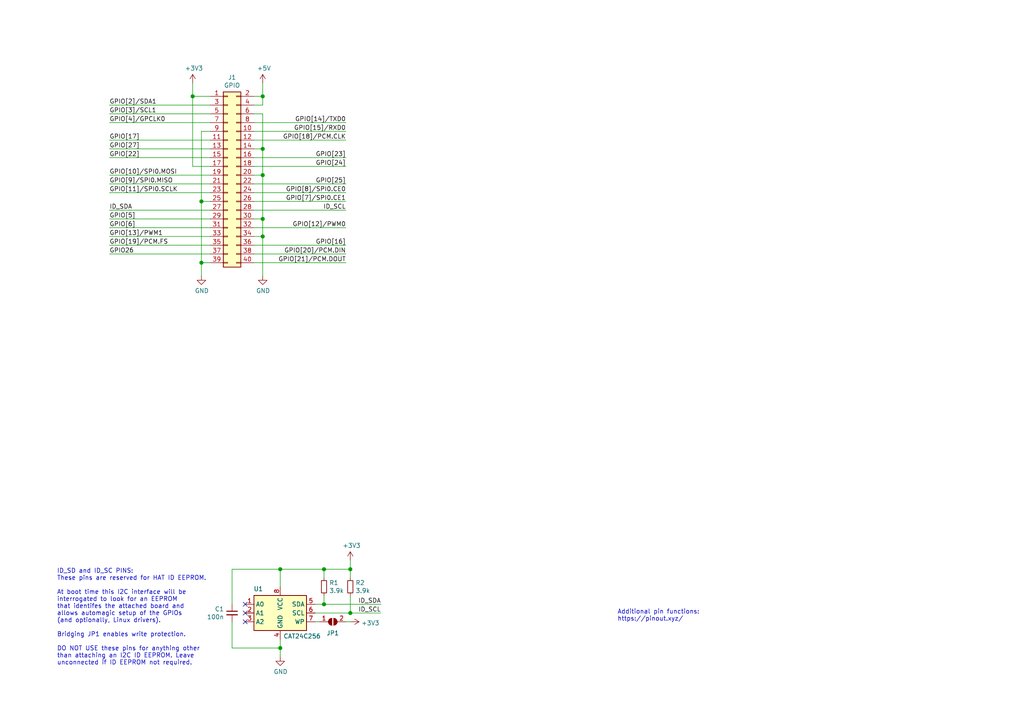
<source format=kicad_sch>
(kicad_sch (version 20211123) (generator eeschema)

  (uuid e63e39d7-6ac0-4ffd-8aa3-1841a4541b55)

  (paper "A4")

  (title_block
    (date "15 nov 2012")
  )

  (lib_symbols
    (symbol "Connector_Generic:Conn_02x20_Odd_Even" (pin_names (offset 1.016) hide) (in_bom yes) (on_board yes)
      (property "Reference" "J" (id 0) (at 1.27 25.4 0)
        (effects (font (size 1.27 1.27)))
      )
      (property "Value" "Conn_02x20_Odd_Even" (id 1) (at 1.27 -27.94 0)
        (effects (font (size 1.27 1.27)))
      )
      (property "Footprint" "" (id 2) (at 0 0 0)
        (effects (font (size 1.27 1.27)) hide)
      )
      (property "Datasheet" "~" (id 3) (at 0 0 0)
        (effects (font (size 1.27 1.27)) hide)
      )
      (property "ki_keywords" "connector" (id 4) (at 0 0 0)
        (effects (font (size 1.27 1.27)) hide)
      )
      (property "ki_description" "Generic connector, double row, 02x20, odd/even pin numbering scheme (row 1 odd numbers, row 2 even numbers), script generated (kicad-library-utils/schlib/autogen/connector/)" (id 5) (at 0 0 0)
        (effects (font (size 1.27 1.27)) hide)
      )
      (property "ki_fp_filters" "Connector*:*_2x??_*" (id 6) (at 0 0 0)
        (effects (font (size 1.27 1.27)) hide)
      )
      (symbol "Conn_02x20_Odd_Even_1_1"
        (rectangle (start -1.27 -25.273) (end 0 -25.527)
          (stroke (width 0.1524) (type default) (color 0 0 0 0))
          (fill (type none))
        )
        (rectangle (start -1.27 -22.733) (end 0 -22.987)
          (stroke (width 0.1524) (type default) (color 0 0 0 0))
          (fill (type none))
        )
        (rectangle (start -1.27 -20.193) (end 0 -20.447)
          (stroke (width 0.1524) (type default) (color 0 0 0 0))
          (fill (type none))
        )
        (rectangle (start -1.27 -17.653) (end 0 -17.907)
          (stroke (width 0.1524) (type default) (color 0 0 0 0))
          (fill (type none))
        )
        (rectangle (start -1.27 -15.113) (end 0 -15.367)
          (stroke (width 0.1524) (type default) (color 0 0 0 0))
          (fill (type none))
        )
        (rectangle (start -1.27 -12.573) (end 0 -12.827)
          (stroke (width 0.1524) (type default) (color 0 0 0 0))
          (fill (type none))
        )
        (rectangle (start -1.27 -10.033) (end 0 -10.287)
          (stroke (width 0.1524) (type default) (color 0 0 0 0))
          (fill (type none))
        )
        (rectangle (start -1.27 -7.493) (end 0 -7.747)
          (stroke (width 0.1524) (type default) (color 0 0 0 0))
          (fill (type none))
        )
        (rectangle (start -1.27 -4.953) (end 0 -5.207)
          (stroke (width 0.1524) (type default) (color 0 0 0 0))
          (fill (type none))
        )
        (rectangle (start -1.27 -2.413) (end 0 -2.667)
          (stroke (width 0.1524) (type default) (color 0 0 0 0))
          (fill (type none))
        )
        (rectangle (start -1.27 0.127) (end 0 -0.127)
          (stroke (width 0.1524) (type default) (color 0 0 0 0))
          (fill (type none))
        )
        (rectangle (start -1.27 2.667) (end 0 2.413)
          (stroke (width 0.1524) (type default) (color 0 0 0 0))
          (fill (type none))
        )
        (rectangle (start -1.27 5.207) (end 0 4.953)
          (stroke (width 0.1524) (type default) (color 0 0 0 0))
          (fill (type none))
        )
        (rectangle (start -1.27 7.747) (end 0 7.493)
          (stroke (width 0.1524) (type default) (color 0 0 0 0))
          (fill (type none))
        )
        (rectangle (start -1.27 10.287) (end 0 10.033)
          (stroke (width 0.1524) (type default) (color 0 0 0 0))
          (fill (type none))
        )
        (rectangle (start -1.27 12.827) (end 0 12.573)
          (stroke (width 0.1524) (type default) (color 0 0 0 0))
          (fill (type none))
        )
        (rectangle (start -1.27 15.367) (end 0 15.113)
          (stroke (width 0.1524) (type default) (color 0 0 0 0))
          (fill (type none))
        )
        (rectangle (start -1.27 17.907) (end 0 17.653)
          (stroke (width 0.1524) (type default) (color 0 0 0 0))
          (fill (type none))
        )
        (rectangle (start -1.27 20.447) (end 0 20.193)
          (stroke (width 0.1524) (type default) (color 0 0 0 0))
          (fill (type none))
        )
        (rectangle (start -1.27 22.987) (end 0 22.733)
          (stroke (width 0.1524) (type default) (color 0 0 0 0))
          (fill (type none))
        )
        (rectangle (start -1.27 24.13) (end 3.81 -26.67)
          (stroke (width 0.254) (type default) (color 0 0 0 0))
          (fill (type background))
        )
        (rectangle (start 3.81 -25.273) (end 2.54 -25.527)
          (stroke (width 0.1524) (type default) (color 0 0 0 0))
          (fill (type none))
        )
        (rectangle (start 3.81 -22.733) (end 2.54 -22.987)
          (stroke (width 0.1524) (type default) (color 0 0 0 0))
          (fill (type none))
        )
        (rectangle (start 3.81 -20.193) (end 2.54 -20.447)
          (stroke (width 0.1524) (type default) (color 0 0 0 0))
          (fill (type none))
        )
        (rectangle (start 3.81 -17.653) (end 2.54 -17.907)
          (stroke (width 0.1524) (type default) (color 0 0 0 0))
          (fill (type none))
        )
        (rectangle (start 3.81 -15.113) (end 2.54 -15.367)
          (stroke (width 0.1524) (type default) (color 0 0 0 0))
          (fill (type none))
        )
        (rectangle (start 3.81 -12.573) (end 2.54 -12.827)
          (stroke (width 0.1524) (type default) (color 0 0 0 0))
          (fill (type none))
        )
        (rectangle (start 3.81 -10.033) (end 2.54 -10.287)
          (stroke (width 0.1524) (type default) (color 0 0 0 0))
          (fill (type none))
        )
        (rectangle (start 3.81 -7.493) (end 2.54 -7.747)
          (stroke (width 0.1524) (type default) (color 0 0 0 0))
          (fill (type none))
        )
        (rectangle (start 3.81 -4.953) (end 2.54 -5.207)
          (stroke (width 0.1524) (type default) (color 0 0 0 0))
          (fill (type none))
        )
        (rectangle (start 3.81 -2.413) (end 2.54 -2.667)
          (stroke (width 0.1524) (type default) (color 0 0 0 0))
          (fill (type none))
        )
        (rectangle (start 3.81 0.127) (end 2.54 -0.127)
          (stroke (width 0.1524) (type default) (color 0 0 0 0))
          (fill (type none))
        )
        (rectangle (start 3.81 2.667) (end 2.54 2.413)
          (stroke (width 0.1524) (type default) (color 0 0 0 0))
          (fill (type none))
        )
        (rectangle (start 3.81 5.207) (end 2.54 4.953)
          (stroke (width 0.1524) (type default) (color 0 0 0 0))
          (fill (type none))
        )
        (rectangle (start 3.81 7.747) (end 2.54 7.493)
          (stroke (width 0.1524) (type default) (color 0 0 0 0))
          (fill (type none))
        )
        (rectangle (start 3.81 10.287) (end 2.54 10.033)
          (stroke (width 0.1524) (type default) (color 0 0 0 0))
          (fill (type none))
        )
        (rectangle (start 3.81 12.827) (end 2.54 12.573)
          (stroke (width 0.1524) (type default) (color 0 0 0 0))
          (fill (type none))
        )
        (rectangle (start 3.81 15.367) (end 2.54 15.113)
          (stroke (width 0.1524) (type default) (color 0 0 0 0))
          (fill (type none))
        )
        (rectangle (start 3.81 17.907) (end 2.54 17.653)
          (stroke (width 0.1524) (type default) (color 0 0 0 0))
          (fill (type none))
        )
        (rectangle (start 3.81 20.447) (end 2.54 20.193)
          (stroke (width 0.1524) (type default) (color 0 0 0 0))
          (fill (type none))
        )
        (rectangle (start 3.81 22.987) (end 2.54 22.733)
          (stroke (width 0.1524) (type default) (color 0 0 0 0))
          (fill (type none))
        )
        (pin passive line (at -5.08 22.86 0) (length 3.81)
          (name "Pin_1" (effects (font (size 1.27 1.27))))
          (number "1" (effects (font (size 1.27 1.27))))
        )
        (pin passive line (at 7.62 12.7 180) (length 3.81)
          (name "Pin_10" (effects (font (size 1.27 1.27))))
          (number "10" (effects (font (size 1.27 1.27))))
        )
        (pin passive line (at -5.08 10.16 0) (length 3.81)
          (name "Pin_11" (effects (font (size 1.27 1.27))))
          (number "11" (effects (font (size 1.27 1.27))))
        )
        (pin passive line (at 7.62 10.16 180) (length 3.81)
          (name "Pin_12" (effects (font (size 1.27 1.27))))
          (number "12" (effects (font (size 1.27 1.27))))
        )
        (pin passive line (at -5.08 7.62 0) (length 3.81)
          (name "Pin_13" (effects (font (size 1.27 1.27))))
          (number "13" (effects (font (size 1.27 1.27))))
        )
        (pin passive line (at 7.62 7.62 180) (length 3.81)
          (name "Pin_14" (effects (font (size 1.27 1.27))))
          (number "14" (effects (font (size 1.27 1.27))))
        )
        (pin passive line (at -5.08 5.08 0) (length 3.81)
          (name "Pin_15" (effects (font (size 1.27 1.27))))
          (number "15" (effects (font (size 1.27 1.27))))
        )
        (pin passive line (at 7.62 5.08 180) (length 3.81)
          (name "Pin_16" (effects (font (size 1.27 1.27))))
          (number "16" (effects (font (size 1.27 1.27))))
        )
        (pin passive line (at -5.08 2.54 0) (length 3.81)
          (name "Pin_17" (effects (font (size 1.27 1.27))))
          (number "17" (effects (font (size 1.27 1.27))))
        )
        (pin passive line (at 7.62 2.54 180) (length 3.81)
          (name "Pin_18" (effects (font (size 1.27 1.27))))
          (number "18" (effects (font (size 1.27 1.27))))
        )
        (pin passive line (at -5.08 0 0) (length 3.81)
          (name "Pin_19" (effects (font (size 1.27 1.27))))
          (number "19" (effects (font (size 1.27 1.27))))
        )
        (pin passive line (at 7.62 22.86 180) (length 3.81)
          (name "Pin_2" (effects (font (size 1.27 1.27))))
          (number "2" (effects (font (size 1.27 1.27))))
        )
        (pin passive line (at 7.62 0 180) (length 3.81)
          (name "Pin_20" (effects (font (size 1.27 1.27))))
          (number "20" (effects (font (size 1.27 1.27))))
        )
        (pin passive line (at -5.08 -2.54 0) (length 3.81)
          (name "Pin_21" (effects (font (size 1.27 1.27))))
          (number "21" (effects (font (size 1.27 1.27))))
        )
        (pin passive line (at 7.62 -2.54 180) (length 3.81)
          (name "Pin_22" (effects (font (size 1.27 1.27))))
          (number "22" (effects (font (size 1.27 1.27))))
        )
        (pin passive line (at -5.08 -5.08 0) (length 3.81)
          (name "Pin_23" (effects (font (size 1.27 1.27))))
          (number "23" (effects (font (size 1.27 1.27))))
        )
        (pin passive line (at 7.62 -5.08 180) (length 3.81)
          (name "Pin_24" (effects (font (size 1.27 1.27))))
          (number "24" (effects (font (size 1.27 1.27))))
        )
        (pin passive line (at -5.08 -7.62 0) (length 3.81)
          (name "Pin_25" (effects (font (size 1.27 1.27))))
          (number "25" (effects (font (size 1.27 1.27))))
        )
        (pin passive line (at 7.62 -7.62 180) (length 3.81)
          (name "Pin_26" (effects (font (size 1.27 1.27))))
          (number "26" (effects (font (size 1.27 1.27))))
        )
        (pin passive line (at -5.08 -10.16 0) (length 3.81)
          (name "Pin_27" (effects (font (size 1.27 1.27))))
          (number "27" (effects (font (size 1.27 1.27))))
        )
        (pin passive line (at 7.62 -10.16 180) (length 3.81)
          (name "Pin_28" (effects (font (size 1.27 1.27))))
          (number "28" (effects (font (size 1.27 1.27))))
        )
        (pin passive line (at -5.08 -12.7 0) (length 3.81)
          (name "Pin_29" (effects (font (size 1.27 1.27))))
          (number "29" (effects (font (size 1.27 1.27))))
        )
        (pin passive line (at -5.08 20.32 0) (length 3.81)
          (name "Pin_3" (effects (font (size 1.27 1.27))))
          (number "3" (effects (font (size 1.27 1.27))))
        )
        (pin passive line (at 7.62 -12.7 180) (length 3.81)
          (name "Pin_30" (effects (font (size 1.27 1.27))))
          (number "30" (effects (font (size 1.27 1.27))))
        )
        (pin passive line (at -5.08 -15.24 0) (length 3.81)
          (name "Pin_31" (effects (font (size 1.27 1.27))))
          (number "31" (effects (font (size 1.27 1.27))))
        )
        (pin passive line (at 7.62 -15.24 180) (length 3.81)
          (name "Pin_32" (effects (font (size 1.27 1.27))))
          (number "32" (effects (font (size 1.27 1.27))))
        )
        (pin passive line (at -5.08 -17.78 0) (length 3.81)
          (name "Pin_33" (effects (font (size 1.27 1.27))))
          (number "33" (effects (font (size 1.27 1.27))))
        )
        (pin passive line (at 7.62 -17.78 180) (length 3.81)
          (name "Pin_34" (effects (font (size 1.27 1.27))))
          (number "34" (effects (font (size 1.27 1.27))))
        )
        (pin passive line (at -5.08 -20.32 0) (length 3.81)
          (name "Pin_35" (effects (font (size 1.27 1.27))))
          (number "35" (effects (font (size 1.27 1.27))))
        )
        (pin passive line (at 7.62 -20.32 180) (length 3.81)
          (name "Pin_36" (effects (font (size 1.27 1.27))))
          (number "36" (effects (font (size 1.27 1.27))))
        )
        (pin passive line (at -5.08 -22.86 0) (length 3.81)
          (name "Pin_37" (effects (font (size 1.27 1.27))))
          (number "37" (effects (font (size 1.27 1.27))))
        )
        (pin passive line (at 7.62 -22.86 180) (length 3.81)
          (name "Pin_38" (effects (font (size 1.27 1.27))))
          (number "38" (effects (font (size 1.27 1.27))))
        )
        (pin passive line (at -5.08 -25.4 0) (length 3.81)
          (name "Pin_39" (effects (font (size 1.27 1.27))))
          (number "39" (effects (font (size 1.27 1.27))))
        )
        (pin passive line (at 7.62 20.32 180) (length 3.81)
          (name "Pin_4" (effects (font (size 1.27 1.27))))
          (number "4" (effects (font (size 1.27 1.27))))
        )
        (pin passive line (at 7.62 -25.4 180) (length 3.81)
          (name "Pin_40" (effects (font (size 1.27 1.27))))
          (number "40" (effects (font (size 1.27 1.27))))
        )
        (pin passive line (at -5.08 17.78 0) (length 3.81)
          (name "Pin_5" (effects (font (size 1.27 1.27))))
          (number "5" (effects (font (size 1.27 1.27))))
        )
        (pin passive line (at 7.62 17.78 180) (length 3.81)
          (name "Pin_6" (effects (font (size 1.27 1.27))))
          (number "6" (effects (font (size 1.27 1.27))))
        )
        (pin passive line (at -5.08 15.24 0) (length 3.81)
          (name "Pin_7" (effects (font (size 1.27 1.27))))
          (number "7" (effects (font (size 1.27 1.27))))
        )
        (pin passive line (at 7.62 15.24 180) (length 3.81)
          (name "Pin_8" (effects (font (size 1.27 1.27))))
          (number "8" (effects (font (size 1.27 1.27))))
        )
        (pin passive line (at -5.08 12.7 0) (length 3.81)
          (name "Pin_9" (effects (font (size 1.27 1.27))))
          (number "9" (effects (font (size 1.27 1.27))))
        )
      )
    )
    (symbol "Device:C_Small" (pin_numbers hide) (pin_names (offset 0.254) hide) (in_bom yes) (on_board yes)
      (property "Reference" "C" (id 0) (at 0.254 1.778 0)
        (effects (font (size 1.27 1.27)) (justify left))
      )
      (property "Value" "C_Small" (id 1) (at 0.254 -2.032 0)
        (effects (font (size 1.27 1.27)) (justify left))
      )
      (property "Footprint" "" (id 2) (at 0 0 0)
        (effects (font (size 1.27 1.27)) hide)
      )
      (property "Datasheet" "~" (id 3) (at 0 0 0)
        (effects (font (size 1.27 1.27)) hide)
      )
      (property "ki_keywords" "capacitor cap" (id 4) (at 0 0 0)
        (effects (font (size 1.27 1.27)) hide)
      )
      (property "ki_description" "Unpolarized capacitor, small symbol" (id 5) (at 0 0 0)
        (effects (font (size 1.27 1.27)) hide)
      )
      (property "ki_fp_filters" "C_*" (id 6) (at 0 0 0)
        (effects (font (size 1.27 1.27)) hide)
      )
      (symbol "C_Small_0_1"
        (polyline
          (pts
            (xy -1.524 -0.508)
            (xy 1.524 -0.508)
          )
          (stroke (width 0.3302) (type default) (color 0 0 0 0))
          (fill (type none))
        )
        (polyline
          (pts
            (xy -1.524 0.508)
            (xy 1.524 0.508)
          )
          (stroke (width 0.3048) (type default) (color 0 0 0 0))
          (fill (type none))
        )
      )
      (symbol "C_Small_1_1"
        (pin passive line (at 0 2.54 270) (length 2.032)
          (name "~" (effects (font (size 1.27 1.27))))
          (number "1" (effects (font (size 1.27 1.27))))
        )
        (pin passive line (at 0 -2.54 90) (length 2.032)
          (name "~" (effects (font (size 1.27 1.27))))
          (number "2" (effects (font (size 1.27 1.27))))
        )
      )
    )
    (symbol "Device:R_Small" (pin_numbers hide) (pin_names (offset 0.254) hide) (in_bom yes) (on_board yes)
      (property "Reference" "R" (id 0) (at 0.762 0.508 0)
        (effects (font (size 1.27 1.27)) (justify left))
      )
      (property "Value" "R_Small" (id 1) (at 0.762 -1.016 0)
        (effects (font (size 1.27 1.27)) (justify left))
      )
      (property "Footprint" "" (id 2) (at 0 0 0)
        (effects (font (size 1.27 1.27)) hide)
      )
      (property "Datasheet" "~" (id 3) (at 0 0 0)
        (effects (font (size 1.27 1.27)) hide)
      )
      (property "ki_keywords" "R resistor" (id 4) (at 0 0 0)
        (effects (font (size 1.27 1.27)) hide)
      )
      (property "ki_description" "Resistor, small symbol" (id 5) (at 0 0 0)
        (effects (font (size 1.27 1.27)) hide)
      )
      (property "ki_fp_filters" "R_*" (id 6) (at 0 0 0)
        (effects (font (size 1.27 1.27)) hide)
      )
      (symbol "R_Small_0_1"
        (rectangle (start -0.762 1.778) (end 0.762 -1.778)
          (stroke (width 0.2032) (type default) (color 0 0 0 0))
          (fill (type none))
        )
      )
      (symbol "R_Small_1_1"
        (pin passive line (at 0 2.54 270) (length 0.762)
          (name "~" (effects (font (size 1.27 1.27))))
          (number "1" (effects (font (size 1.27 1.27))))
        )
        (pin passive line (at 0 -2.54 90) (length 0.762)
          (name "~" (effects (font (size 1.27 1.27))))
          (number "2" (effects (font (size 1.27 1.27))))
        )
      )
    )
    (symbol "Jumper:SolderJumper_2_Open" (pin_names (offset 0) hide) (in_bom yes) (on_board yes)
      (property "Reference" "JP" (id 0) (at 0 2.032 0)
        (effects (font (size 1.27 1.27)))
      )
      (property "Value" "SolderJumper_2_Open" (id 1) (at 0 -2.54 0)
        (effects (font (size 1.27 1.27)))
      )
      (property "Footprint" "" (id 2) (at 0 0 0)
        (effects (font (size 1.27 1.27)) hide)
      )
      (property "Datasheet" "~" (id 3) (at 0 0 0)
        (effects (font (size 1.27 1.27)) hide)
      )
      (property "ki_keywords" "solder jumper SPST" (id 4) (at 0 0 0)
        (effects (font (size 1.27 1.27)) hide)
      )
      (property "ki_description" "Solder Jumper, 2-pole, open" (id 5) (at 0 0 0)
        (effects (font (size 1.27 1.27)) hide)
      )
      (property "ki_fp_filters" "SolderJumper*Open*" (id 6) (at 0 0 0)
        (effects (font (size 1.27 1.27)) hide)
      )
      (symbol "SolderJumper_2_Open_0_1"
        (arc (start -0.254 1.016) (mid -1.27 0) (end -0.254 -1.016)
          (stroke (width 0) (type default) (color 0 0 0 0))
          (fill (type none))
        )
        (arc (start -0.254 1.016) (mid -1.27 0) (end -0.254 -1.016)
          (stroke (width 0) (type default) (color 0 0 0 0))
          (fill (type outline))
        )
        (polyline
          (pts
            (xy -0.254 1.016)
            (xy -0.254 -1.016)
          )
          (stroke (width 0) (type default) (color 0 0 0 0))
          (fill (type none))
        )
        (polyline
          (pts
            (xy 0.254 1.016)
            (xy 0.254 -1.016)
          )
          (stroke (width 0) (type default) (color 0 0 0 0))
          (fill (type none))
        )
        (arc (start 0.254 -1.016) (mid 1.27 0) (end 0.254 1.016)
          (stroke (width 0) (type default) (color 0 0 0 0))
          (fill (type none))
        )
        (arc (start 0.254 -1.016) (mid 1.27 0) (end 0.254 1.016)
          (stroke (width 0) (type default) (color 0 0 0 0))
          (fill (type outline))
        )
      )
      (symbol "SolderJumper_2_Open_1_1"
        (pin passive line (at -3.81 0 0) (length 2.54)
          (name "A" (effects (font (size 1.27 1.27))))
          (number "1" (effects (font (size 1.27 1.27))))
        )
        (pin passive line (at 3.81 0 180) (length 2.54)
          (name "B" (effects (font (size 1.27 1.27))))
          (number "2" (effects (font (size 1.27 1.27))))
        )
      )
    )
    (symbol "Memory_EEPROM:CAT24C256" (in_bom yes) (on_board yes)
      (property "Reference" "U" (id 0) (at -6.35 6.35 0)
        (effects (font (size 1.27 1.27)))
      )
      (property "Value" "CAT24C256" (id 1) (at 1.27 6.35 0)
        (effects (font (size 1.27 1.27)) (justify left))
      )
      (property "Footprint" "" (id 2) (at 0 0 0)
        (effects (font (size 1.27 1.27)) hide)
      )
      (property "Datasheet" "https://www.onsemi.cn/PowerSolutions/document/CAT24C256-D.PDF" (id 3) (at 0 0 0)
        (effects (font (size 1.27 1.27)) hide)
      )
      (property "ki_keywords" "I2C EEPROM Serial 256kb" (id 4) (at 0 0 0)
        (effects (font (size 1.27 1.27)) hide)
      )
      (property "ki_description" "256 kb CMOS Serial EEPROM, DIP-8/SOIC-8/TSSOP-8/DFN-8" (id 5) (at 0 0 0)
        (effects (font (size 1.27 1.27)) hide)
      )
      (property "ki_fp_filters" "DIP*W7.62mm* SOIC*3.9x4.9mm* TSSOP*4.4x3mm*P0.65mm* DFN*3x2mm*P0.5mm*" (id 6) (at 0 0 0)
        (effects (font (size 1.27 1.27)) hide)
      )
      (symbol "CAT24C256_1_1"
        (rectangle (start -7.62 5.08) (end 7.62 -5.08)
          (stroke (width 0.254) (type default) (color 0 0 0 0))
          (fill (type background))
        )
        (pin input line (at -10.16 2.54 0) (length 2.54)
          (name "A0" (effects (font (size 1.27 1.27))))
          (number "1" (effects (font (size 1.27 1.27))))
        )
        (pin input line (at -10.16 0 0) (length 2.54)
          (name "A1" (effects (font (size 1.27 1.27))))
          (number "2" (effects (font (size 1.27 1.27))))
        )
        (pin input line (at -10.16 -2.54 0) (length 2.54)
          (name "A2" (effects (font (size 1.27 1.27))))
          (number "3" (effects (font (size 1.27 1.27))))
        )
        (pin power_in line (at 0 -7.62 90) (length 2.54)
          (name "GND" (effects (font (size 1.27 1.27))))
          (number "4" (effects (font (size 1.27 1.27))))
        )
        (pin bidirectional line (at 10.16 2.54 180) (length 2.54)
          (name "SDA" (effects (font (size 1.27 1.27))))
          (number "5" (effects (font (size 1.27 1.27))))
        )
        (pin input line (at 10.16 0 180) (length 2.54)
          (name "SCL" (effects (font (size 1.27 1.27))))
          (number "6" (effects (font (size 1.27 1.27))))
        )
        (pin input line (at 10.16 -2.54 180) (length 2.54)
          (name "WP" (effects (font (size 1.27 1.27))))
          (number "7" (effects (font (size 1.27 1.27))))
        )
        (pin power_in line (at 0 7.62 270) (length 2.54)
          (name "VCC" (effects (font (size 1.27 1.27))))
          (number "8" (effects (font (size 1.27 1.27))))
        )
      )
    )
    (symbol "power:+3.3V" (power) (pin_names (offset 0)) (in_bom yes) (on_board yes)
      (property "Reference" "#PWR" (id 0) (at 0 -3.81 0)
        (effects (font (size 1.27 1.27)) hide)
      )
      (property "Value" "+3.3V" (id 1) (at 0 3.556 0)
        (effects (font (size 1.27 1.27)))
      )
      (property "Footprint" "" (id 2) (at 0 0 0)
        (effects (font (size 1.27 1.27)) hide)
      )
      (property "Datasheet" "" (id 3) (at 0 0 0)
        (effects (font (size 1.27 1.27)) hide)
      )
      (property "ki_keywords" "power-flag" (id 4) (at 0 0 0)
        (effects (font (size 1.27 1.27)) hide)
      )
      (property "ki_description" "Power symbol creates a global label with name \"+3.3V\"" (id 5) (at 0 0 0)
        (effects (font (size 1.27 1.27)) hide)
      )
      (symbol "+3.3V_0_1"
        (polyline
          (pts
            (xy -0.762 1.27)
            (xy 0 2.54)
          )
          (stroke (width 0) (type default) (color 0 0 0 0))
          (fill (type none))
        )
        (polyline
          (pts
            (xy 0 0)
            (xy 0 2.54)
          )
          (stroke (width 0) (type default) (color 0 0 0 0))
          (fill (type none))
        )
        (polyline
          (pts
            (xy 0 2.54)
            (xy 0.762 1.27)
          )
          (stroke (width 0) (type default) (color 0 0 0 0))
          (fill (type none))
        )
      )
      (symbol "+3.3V_1_1"
        (pin power_in line (at 0 0 90) (length 0) hide
          (name "+3V3" (effects (font (size 1.27 1.27))))
          (number "1" (effects (font (size 1.27 1.27))))
        )
      )
    )
    (symbol "power:+5V" (power) (pin_names (offset 0)) (in_bom yes) (on_board yes)
      (property "Reference" "#PWR" (id 0) (at 0 -3.81 0)
        (effects (font (size 1.27 1.27)) hide)
      )
      (property "Value" "+5V" (id 1) (at 0 3.556 0)
        (effects (font (size 1.27 1.27)))
      )
      (property "Footprint" "" (id 2) (at 0 0 0)
        (effects (font (size 1.27 1.27)) hide)
      )
      (property "Datasheet" "" (id 3) (at 0 0 0)
        (effects (font (size 1.27 1.27)) hide)
      )
      (property "ki_keywords" "power-flag" (id 4) (at 0 0 0)
        (effects (font (size 1.27 1.27)) hide)
      )
      (property "ki_description" "Power symbol creates a global label with name \"+5V\"" (id 5) (at 0 0 0)
        (effects (font (size 1.27 1.27)) hide)
      )
      (symbol "+5V_0_1"
        (polyline
          (pts
            (xy -0.762 1.27)
            (xy 0 2.54)
          )
          (stroke (width 0) (type default) (color 0 0 0 0))
          (fill (type none))
        )
        (polyline
          (pts
            (xy 0 0)
            (xy 0 2.54)
          )
          (stroke (width 0) (type default) (color 0 0 0 0))
          (fill (type none))
        )
        (polyline
          (pts
            (xy 0 2.54)
            (xy 0.762 1.27)
          )
          (stroke (width 0) (type default) (color 0 0 0 0))
          (fill (type none))
        )
      )
      (symbol "+5V_1_1"
        (pin power_in line (at 0 0 90) (length 0) hide
          (name "+5V" (effects (font (size 1.27 1.27))))
          (number "1" (effects (font (size 1.27 1.27))))
        )
      )
    )
    (symbol "power:GND" (power) (pin_names (offset 0)) (in_bom yes) (on_board yes)
      (property "Reference" "#PWR" (id 0) (at 0 -6.35 0)
        (effects (font (size 1.27 1.27)) hide)
      )
      (property "Value" "GND" (id 1) (at 0 -3.81 0)
        (effects (font (size 1.27 1.27)))
      )
      (property "Footprint" "" (id 2) (at 0 0 0)
        (effects (font (size 1.27 1.27)) hide)
      )
      (property "Datasheet" "" (id 3) (at 0 0 0)
        (effects (font (size 1.27 1.27)) hide)
      )
      (property "ki_keywords" "power-flag" (id 4) (at 0 0 0)
        (effects (font (size 1.27 1.27)) hide)
      )
      (property "ki_description" "Power symbol creates a global label with name \"GND\" , ground" (id 5) (at 0 0 0)
        (effects (font (size 1.27 1.27)) hide)
      )
      (symbol "GND_0_1"
        (polyline
          (pts
            (xy 0 0)
            (xy 0 -1.27)
            (xy 1.27 -1.27)
            (xy 0 -2.54)
            (xy -1.27 -1.27)
            (xy 0 -1.27)
          )
          (stroke (width 0) (type default) (color 0 0 0 0))
          (fill (type none))
        )
      )
      (symbol "GND_1_1"
        (pin power_in line (at 0 0 270) (length 0) hide
          (name "GND" (effects (font (size 1.27 1.27))))
          (number "1" (effects (font (size 1.27 1.27))))
        )
      )
    )
  )

  (junction (at 76.2 63.5) (diameter 1.016) (color 0 0 0 0)
    (uuid 0eaa98f0-9565-4637-ace3-42a5231b07f7)
  )
  (junction (at 101.6 165.1) (diameter 1.016) (color 0 0 0 0)
    (uuid 0f22151c-f260-4674-b486-4710a2c42a55)
  )
  (junction (at 55.88 27.94) (diameter 1.016) (color 0 0 0 0)
    (uuid 127679a9-3981-4934-815e-896a4e3ff56e)
  )
  (junction (at 76.2 68.58) (diameter 1.016) (color 0 0 0 0)
    (uuid 181abe7a-f941-42b6-bd46-aaa3131f90fb)
  )
  (junction (at 93.98 175.26) (diameter 1.016) (color 0 0 0 0)
    (uuid 1831fb37-1c5d-42c4-b898-151be6fca9dc)
  )
  (junction (at 58.42 58.42) (diameter 1.016) (color 0 0 0 0)
    (uuid 48ab88d7-7084-4d02-b109-3ad55a30bb11)
  )
  (junction (at 76.2 50.8) (diameter 1.016) (color 0 0 0 0)
    (uuid 704d6d51-bb34-4cbf-83d8-841e208048d8)
  )
  (junction (at 76.2 43.18) (diameter 1.016) (color 0 0 0 0)
    (uuid 8174b4de-74b1-48db-ab8e-c8432251095b)
  )
  (junction (at 93.98 165.1) (diameter 1.016) (color 0 0 0 0)
    (uuid 9340c285-5767-42d5-8b6d-63fe2a40ddf3)
  )
  (junction (at 81.28 187.96) (diameter 1.016) (color 0 0 0 0)
    (uuid c41b3c8b-634e-435a-b582-96b83bbd4032)
  )
  (junction (at 81.28 165.1) (diameter 1.016) (color 0 0 0 0)
    (uuid ce83728b-bebd-48c2-8734-b6a50d837931)
  )
  (junction (at 58.42 76.2) (diameter 1.016) (color 0 0 0 0)
    (uuid f71da641-16e6-4257-80c3-0b9d804fee4f)
  )
  (junction (at 76.2 27.94) (diameter 1.016) (color 0 0 0 0)
    (uuid fd470e95-4861-44fe-b1e4-6d8a7c66e144)
  )
  (junction (at 101.6 177.8) (diameter 1.016) (color 0 0 0 0)
    (uuid fe8d9267-7834-48d6-a191-c8724b2ee78d)
  )

  (no_connect (at 71.12 175.26) (uuid 00f1806c-4158-494e-882b-c5ac9b7a930a))
  (no_connect (at 71.12 177.8) (uuid 00f1806c-4158-494e-882b-c5ac9b7a930b))
  (no_connect (at 71.12 180.34) (uuid 00f1806c-4158-494e-882b-c5ac9b7a930c))

  (wire (pts (xy 58.42 58.42) (xy 58.42 76.2))
    (stroke (width 0) (type solid) (color 0 0 0 0))
    (uuid 015c5535-b3ef-4c28-99b9-4f3baef056f3)
  )
  (wire (pts (xy 73.66 58.42) (xy 100.33 58.42))
    (stroke (width 0) (type solid) (color 0 0 0 0))
    (uuid 01e536fb-12ab-43ce-a95e-82675e37d4b7)
  )
  (wire (pts (xy 60.96 40.64) (xy 31.75 40.64))
    (stroke (width 0) (type solid) (color 0 0 0 0))
    (uuid 0694ca26-7b8c-4c30-bae9-3b74fab1e60a)
  )
  (wire (pts (xy 81.28 165.1) (xy 93.98 165.1))
    (stroke (width 0) (type solid) (color 0 0 0 0))
    (uuid 070d8c6a-2ebf-42c1-8318-37fabbee6ffa)
  )
  (wire (pts (xy 101.6 165.1) (xy 93.98 165.1))
    (stroke (width 0) (type solid) (color 0 0 0 0))
    (uuid 070d8c6a-2ebf-42c1-8318-37fabbee6ffb)
  )
  (wire (pts (xy 101.6 167.64) (xy 101.6 165.1))
    (stroke (width 0) (type solid) (color 0 0 0 0))
    (uuid 070d8c6a-2ebf-42c1-8318-37fabbee6ffc)
  )
  (wire (pts (xy 76.2 33.02) (xy 76.2 43.18))
    (stroke (width 0) (type solid) (color 0 0 0 0))
    (uuid 0d143423-c9d6-49e3-8b7d-f1137d1a3509)
  )
  (wire (pts (xy 76.2 50.8) (xy 73.66 50.8))
    (stroke (width 0) (type solid) (color 0 0 0 0))
    (uuid 0ee91a98-576f-43c1-89f6-61acc2cb1f13)
  )
  (wire (pts (xy 76.2 63.5) (xy 76.2 68.58))
    (stroke (width 0) (type solid) (color 0 0 0 0))
    (uuid 164f1958-8ee6-4c3d-9df0-03613712fa6f)
  )
  (wire (pts (xy 76.2 50.8) (xy 76.2 63.5))
    (stroke (width 0) (type solid) (color 0 0 0 0))
    (uuid 252c2642-5979-4a84-8d39-11da2e3821fe)
  )
  (wire (pts (xy 73.66 35.56) (xy 100.33 35.56))
    (stroke (width 0) (type solid) (color 0 0 0 0))
    (uuid 2710a316-ad7d-4403-afc1-1df73ba69697)
  )
  (wire (pts (xy 58.42 38.1) (xy 58.42 58.42))
    (stroke (width 0) (type solid) (color 0 0 0 0))
    (uuid 29651976-85fe-45df-9d6a-4d640774cbbc)
  )
  (wire (pts (xy 91.44 175.26) (xy 93.98 175.26))
    (stroke (width 0) (type solid) (color 0 0 0 0))
    (uuid 2b5ed9dc-9932-4186-b4a5-acc313524916)
  )
  (wire (pts (xy 93.98 175.26) (xy 110.49 175.26))
    (stroke (width 0) (type solid) (color 0 0 0 0))
    (uuid 2b5ed9dc-9932-4186-b4a5-acc313524917)
  )
  (wire (pts (xy 58.42 38.1) (xy 60.96 38.1))
    (stroke (width 0) (type solid) (color 0 0 0 0))
    (uuid 335bbf29-f5b7-4e5a-993a-a34ce5ab5756)
  )
  (wire (pts (xy 91.44 180.34) (xy 92.71 180.34))
    (stroke (width 0) (type solid) (color 0 0 0 0))
    (uuid 339c1cb3-13cc-4af2-b40d-8433a6750a0e)
  )
  (wire (pts (xy 100.33 180.34) (xy 101.6 180.34))
    (stroke (width 0) (type solid) (color 0 0 0 0))
    (uuid 339c1cb3-13cc-4af2-b40d-8433a6750a0f)
  )
  (wire (pts (xy 73.66 55.88) (xy 100.33 55.88))
    (stroke (width 0) (type solid) (color 0 0 0 0))
    (uuid 3522f983-faf4-44f4-900c-086a3d364c60)
  )
  (wire (pts (xy 60.96 60.96) (xy 31.75 60.96))
    (stroke (width 0) (type solid) (color 0 0 0 0))
    (uuid 37ae508e-6121-46a7-8162-5c727675dd10)
  )
  (wire (pts (xy 31.75 63.5) (xy 60.96 63.5))
    (stroke (width 0) (type solid) (color 0 0 0 0))
    (uuid 3b2261b8-cc6a-4f24-9a9d-8411b13f362c)
  )
  (wire (pts (xy 58.42 58.42) (xy 60.96 58.42))
    (stroke (width 0) (type solid) (color 0 0 0 0))
    (uuid 46f8757d-31ce-45ba-9242-48e76c9438b1)
  )
  (wire (pts (xy 101.6 162.56) (xy 101.6 165.1))
    (stroke (width 0) (type solid) (color 0 0 0 0))
    (uuid 471e5a22-03a8-48a4-9d0f-23177f21743e)
  )
  (wire (pts (xy 73.66 45.72) (xy 100.33 45.72))
    (stroke (width 0) (type solid) (color 0 0 0 0))
    (uuid 4c544204-3530-479b-b097-35aa046ba896)
  )
  (wire (pts (xy 81.28 165.1) (xy 81.28 170.18))
    (stroke (width 0) (type solid) (color 0 0 0 0))
    (uuid 4caa0f28-ce0b-471d-b577-0039388b4c45)
  )
  (wire (pts (xy 73.66 76.2) (xy 100.33 76.2))
    (stroke (width 0) (type solid) (color 0 0 0 0))
    (uuid 55a29370-8495-4737-906c-8b505e228668)
  )
  (wire (pts (xy 58.42 76.2) (xy 58.42 80.01))
    (stroke (width 0) (type solid) (color 0 0 0 0))
    (uuid 55b53b1d-809a-4a85-8714-920d35727332)
  )
  (wire (pts (xy 31.75 43.18) (xy 60.96 43.18))
    (stroke (width 0) (type solid) (color 0 0 0 0))
    (uuid 55d9c53c-6409-4360-8797-b4f7b28c4137)
  )
  (wire (pts (xy 101.6 172.72) (xy 101.6 177.8))
    (stroke (width 0) (type solid) (color 0 0 0 0))
    (uuid 55f6e653-5566-4dc1-9254-245bc71d20bc)
  )
  (wire (pts (xy 55.88 24.13) (xy 55.88 27.94))
    (stroke (width 0) (type solid) (color 0 0 0 0))
    (uuid 57c01d09-da37-45de-b174-3ad4f982af7b)
  )
  (wire (pts (xy 76.2 68.58) (xy 73.66 68.58))
    (stroke (width 0) (type solid) (color 0 0 0 0))
    (uuid 62f43b49-7566-4f4c-b16f-9b95531f6d28)
  )
  (wire (pts (xy 31.75 33.02) (xy 60.96 33.02))
    (stroke (width 0) (type solid) (color 0 0 0 0))
    (uuid 67559638-167e-4f06-9757-aeeebf7e8930)
  )
  (wire (pts (xy 31.75 55.88) (xy 60.96 55.88))
    (stroke (width 0) (type solid) (color 0 0 0 0))
    (uuid 6c897b01-6835-4bf3-885d-4b22704f8f6e)
  )
  (wire (pts (xy 55.88 48.26) (xy 60.96 48.26))
    (stroke (width 0) (type solid) (color 0 0 0 0))
    (uuid 707b993a-397a-40ee-bc4e-978ea0af003d)
  )
  (wire (pts (xy 60.96 30.48) (xy 31.75 30.48))
    (stroke (width 0) (type solid) (color 0 0 0 0))
    (uuid 73aefdad-91c2-4f5e-80c2-3f1cf4134807)
  )
  (wire (pts (xy 76.2 27.94) (xy 76.2 30.48))
    (stroke (width 0) (type solid) (color 0 0 0 0))
    (uuid 7645e45b-ebbd-4531-92c9-9c38081bbf8d)
  )
  (wire (pts (xy 76.2 43.18) (xy 76.2 50.8))
    (stroke (width 0) (type solid) (color 0 0 0 0))
    (uuid 7aed86fe-31d5-4139-a0b1-020ce61800b6)
  )
  (wire (pts (xy 73.66 40.64) (xy 100.33 40.64))
    (stroke (width 0) (type solid) (color 0 0 0 0))
    (uuid 7d1a0af8-a3d8-4dbb-9873-21a280e175b7)
  )
  (wire (pts (xy 76.2 43.18) (xy 73.66 43.18))
    (stroke (width 0) (type solid) (color 0 0 0 0))
    (uuid 7dd33798-d6eb-48c4-8355-bbeae3353a44)
  )
  (wire (pts (xy 76.2 24.13) (xy 76.2 27.94))
    (stroke (width 0) (type solid) (color 0 0 0 0))
    (uuid 825ec672-c6b3-4524-894f-bfac8191e641)
  )
  (wire (pts (xy 31.75 35.56) (xy 60.96 35.56))
    (stroke (width 0) (type solid) (color 0 0 0 0))
    (uuid 85bd9bea-9b41-4249-9626-26358781edd8)
  )
  (wire (pts (xy 93.98 165.1) (xy 93.98 167.64))
    (stroke (width 0) (type solid) (color 0 0 0 0))
    (uuid 869f46fa-a7f3-4d7c-9d0c-d6ade9d41a8f)
  )
  (wire (pts (xy 76.2 27.94) (xy 73.66 27.94))
    (stroke (width 0) (type solid) (color 0 0 0 0))
    (uuid 8846d55b-57bd-4185-9629-4525ca309ac0)
  )
  (wire (pts (xy 55.88 27.94) (xy 55.88 48.26))
    (stroke (width 0) (type solid) (color 0 0 0 0))
    (uuid 8930c626-5f36-458c-88ae-90e6918556cc)
  )
  (wire (pts (xy 73.66 48.26) (xy 100.33 48.26))
    (stroke (width 0) (type solid) (color 0 0 0 0))
    (uuid 8b129051-97ca-49cd-adf8-4efb5043fabb)
  )
  (wire (pts (xy 73.66 38.1) (xy 100.33 38.1))
    (stroke (width 0) (type solid) (color 0 0 0 0))
    (uuid 8ccbbafc-2cdc-415a-ac78-6ccd25489208)
  )
  (wire (pts (xy 93.98 172.72) (xy 93.98 175.26))
    (stroke (width 0) (type solid) (color 0 0 0 0))
    (uuid 8fcb2962-2812-4d94-b7ba-a3af9613255a)
  )
  (wire (pts (xy 91.44 177.8) (xy 101.6 177.8))
    (stroke (width 0) (type solid) (color 0 0 0 0))
    (uuid 92611e1c-9e36-42b2-a6c7-1ef2cb0c90d9)
  )
  (wire (pts (xy 101.6 177.8) (xy 110.49 177.8))
    (stroke (width 0) (type solid) (color 0 0 0 0))
    (uuid 92611e1c-9e36-42b2-a6c7-1ef2cb0c90da)
  )
  (wire (pts (xy 31.75 45.72) (xy 60.96 45.72))
    (stroke (width 0) (type solid) (color 0 0 0 0))
    (uuid 9705171e-2fe8-4d02-a114-94335e138862)
  )
  (wire (pts (xy 31.75 53.34) (xy 60.96 53.34))
    (stroke (width 0) (type solid) (color 0 0 0 0))
    (uuid 98a1aa7c-68bd-4966-834d-f673bb2b8d39)
  )
  (wire (pts (xy 31.75 66.04) (xy 60.96 66.04))
    (stroke (width 0) (type solid) (color 0 0 0 0))
    (uuid a571c038-3cc2-4848-b404-365f2f7338be)
  )
  (wire (pts (xy 76.2 30.48) (xy 73.66 30.48))
    (stroke (width 0) (type solid) (color 0 0 0 0))
    (uuid a82219f8-a00b-446a-aba9-4cd0a8dd81f2)
  )
  (wire (pts (xy 31.75 71.12) (xy 60.96 71.12))
    (stroke (width 0) (type solid) (color 0 0 0 0))
    (uuid b07bae11-81ae-4941-a5ed-27fd323486e6)
  )
  (wire (pts (xy 73.66 71.12) (xy 100.33 71.12))
    (stroke (width 0) (type solid) (color 0 0 0 0))
    (uuid b36591f4-a77c-49fb-84e3-ce0d65ee7c7c)
  )
  (wire (pts (xy 73.66 66.04) (xy 100.33 66.04))
    (stroke (width 0) (type solid) (color 0 0 0 0))
    (uuid b73bbc85-9c79-4ab1-bfa9-ba86dc5a73fe)
  )
  (wire (pts (xy 58.42 76.2) (xy 60.96 76.2))
    (stroke (width 0) (type solid) (color 0 0 0 0))
    (uuid b8286aaf-3086-41e1-a5dc-8f8a05589eb9)
  )
  (wire (pts (xy 73.66 73.66) (xy 100.33 73.66))
    (stroke (width 0) (type solid) (color 0 0 0 0))
    (uuid bc7a73bf-d271-462c-8196-ea5c7867515d)
  )
  (wire (pts (xy 76.2 33.02) (xy 73.66 33.02))
    (stroke (width 0) (type solid) (color 0 0 0 0))
    (uuid c15b519d-5e2e-489c-91b6-d8ff3e8343cb)
  )
  (wire (pts (xy 31.75 73.66) (xy 60.96 73.66))
    (stroke (width 0) (type solid) (color 0 0 0 0))
    (uuid c373340b-844b-44cd-869b-a1267d366977)
  )
  (wire (pts (xy 67.31 165.1) (xy 67.31 175.26))
    (stroke (width 0) (type solid) (color 0 0 0 0))
    (uuid d4943e77-b82c-4b31-b869-1ebef0c1006a)
  )
  (wire (pts (xy 67.31 180.34) (xy 67.31 187.96))
    (stroke (width 0) (type solid) (color 0 0 0 0))
    (uuid d4943e77-b82c-4b31-b869-1ebef0c1006b)
  )
  (wire (pts (xy 67.31 187.96) (xy 81.28 187.96))
    (stroke (width 0) (type solid) (color 0 0 0 0))
    (uuid d4943e77-b82c-4b31-b869-1ebef0c1006c)
  )
  (wire (pts (xy 81.28 165.1) (xy 67.31 165.1))
    (stroke (width 0) (type solid) (color 0 0 0 0))
    (uuid d4943e77-b82c-4b31-b869-1ebef0c1006d)
  )
  (wire (pts (xy 81.28 185.42) (xy 81.28 187.96))
    (stroke (width 0) (type solid) (color 0 0 0 0))
    (uuid d773dac9-0643-4f25-9c16-c53483acc4da)
  )
  (wire (pts (xy 81.28 187.96) (xy 81.28 190.5))
    (stroke (width 0) (type solid) (color 0 0 0 0))
    (uuid d773dac9-0643-4f25-9c16-c53483acc4db)
  )
  (wire (pts (xy 76.2 68.58) (xy 76.2 80.01))
    (stroke (width 0) (type solid) (color 0 0 0 0))
    (uuid ddb5ec2a-613c-4ee5-b250-77656b088e84)
  )
  (wire (pts (xy 73.66 53.34) (xy 100.33 53.34))
    (stroke (width 0) (type solid) (color 0 0 0 0))
    (uuid df2cdc6b-e26c-482b-83a5-6c3aa0b9bc90)
  )
  (wire (pts (xy 60.96 68.58) (xy 31.75 68.58))
    (stroke (width 0) (type solid) (color 0 0 0 0))
    (uuid df3b4a97-babc-4be9-b107-e59b56293dde)
  )
  (wire (pts (xy 76.2 63.5) (xy 73.66 63.5))
    (stroke (width 0) (type solid) (color 0 0 0 0))
    (uuid e93ad2ad-5587-4125-b93d-270df22eadfa)
  )
  (wire (pts (xy 55.88 27.94) (xy 60.96 27.94))
    (stroke (width 0) (type solid) (color 0 0 0 0))
    (uuid ed4af6f5-c1f9-4ac6-b35e-2b9ff5cd0eb3)
  )
  (wire (pts (xy 60.96 50.8) (xy 31.75 50.8))
    (stroke (width 0) (type solid) (color 0 0 0 0))
    (uuid f9be6c8e-7532-415b-be21-5f82d7d7f74e)
  )
  (wire (pts (xy 73.66 60.96) (xy 100.33 60.96))
    (stroke (width 0) (type solid) (color 0 0 0 0))
    (uuid f9e11340-14c0-4808-933b-bc348b73b18e)
  )

  (text "ID_SD and ID_SC PINS:\nThese pins are reserved for HAT ID EEPROM.\n\nAt boot time this I2C interface will be\ninterrogated to look for an EEPROM\nthat identifes the attached board and\nallows automagic setup of the GPIOs\n(and optionally, Linux drivers).\n\nBridging JP1 enables write protection.\n\nDO NOT USE these pins for anything other\nthan attaching an I2C ID EEPROM. Leave\nunconnected if ID EEPROM not required."
    (at 16.51 193.04 0)
    (effects (font (size 1.27 1.27)) (justify left bottom))
    (uuid 8714082a-55fe-4a29-9d48-99ae1ef73073)
  )
  (text "Additional pin functions:\nhttps://pinout.xyz/" (at 179.07 180.34 0)
    (effects (font (size 1.27 1.27)) (justify left bottom))
    (uuid f821f61c-6b6a-4864-ace3-a78a834a9305)
  )

  (label "ID_SDA" (at 31.75 60.96 0)
    (effects (font (size 1.27 1.27)) (justify left bottom))
    (uuid 0a44feb6-de6a-4996-b011-73867d835568)
  )
  (label "GPIO[6]" (at 31.75 66.04 0)
    (effects (font (size 1.27 1.27)) (justify left bottom))
    (uuid 0bec16b3-1718-4967-abb5-89274b1e4c31)
  )
  (label "ID_SDA" (at 110.49 175.26 180)
    (effects (font (size 1.27 1.27)) (justify right bottom))
    (uuid 1a04dd3c-a998-471b-a6ad-d738b9730bca)
  )
  (label "ID_SCL" (at 100.33 60.96 180)
    (effects (font (size 1.27 1.27)) (justify right bottom))
    (uuid 28cc0d46-7a8d-4c3b-8c53-d5a776b1d5a9)
  )
  (label "GPIO[5]" (at 31.75 63.5 0)
    (effects (font (size 1.27 1.27)) (justify left bottom))
    (uuid 29d046c2-f681-4254-89b3-1ec3aa495433)
  )
  (label "GPIO[21]{slash}PCM.DOUT" (at 100.33 76.2 180)
    (effects (font (size 1.27 1.27)) (justify right bottom))
    (uuid 31b15bb4-e7a6-46f1-aabc-e5f3cca1ba4f)
  )
  (label "GPIO[19]{slash}PCM.FS" (at 31.75 71.12 0)
    (effects (font (size 1.27 1.27)) (justify left bottom))
    (uuid 3388965f-bec1-490c-9b08-dbac9be27c37)
  )
  (label "GPIO[10]{slash}SPI0.MOSI" (at 31.75 50.8 0)
    (effects (font (size 1.27 1.27)) (justify left bottom))
    (uuid 35a1cc8d-cefe-4fd3-8f7e-ebdbdbd072ee)
  )
  (label "GPIO[9]{slash}SPI0.MISO" (at 31.75 53.34 0)
    (effects (font (size 1.27 1.27)) (justify left bottom))
    (uuid 3911220d-b117-4874-8479-50c0285caa70)
  )
  (label "GPIO[23]" (at 100.33 45.72 180)
    (effects (font (size 1.27 1.27)) (justify right bottom))
    (uuid 45550f58-81b3-4113-a98b-8910341c00d8)
  )
  (label "GPIO[4]{slash}GPCLK0" (at 31.75 35.56 0)
    (effects (font (size 1.27 1.27)) (justify left bottom))
    (uuid 5069ddbc-357e-4355-aaa5-a8f551963b7a)
  )
  (label "GPIO[27]" (at 31.75 43.18 0)
    (effects (font (size 1.27 1.27)) (justify left bottom))
    (uuid 591fa762-d154-4cf7-8db7-a10b610ff12a)
  )
  (label "GPIO26" (at 31.75 73.66 0)
    (effects (font (size 1.27 1.27)) (justify left bottom))
    (uuid 5f2ee32f-d6d5-4b76-8935-0d57826ec36e)
  )
  (label "GPIO[14]{slash}TXD0" (at 100.33 35.56 180)
    (effects (font (size 1.27 1.27)) (justify right bottom))
    (uuid 610a05f5-0e9b-4f2c-960c-05aafdc8e1b9)
  )
  (label "GPIO[8]{slash}SPI0.CE0" (at 100.33 55.88 180)
    (effects (font (size 1.27 1.27)) (justify right bottom))
    (uuid 64ee07d4-0247-486c-a5b0-d3d33362f168)
  )
  (label "GPIO[15]{slash}RXD0" (at 100.33 38.1 180)
    (effects (font (size 1.27 1.27)) (justify right bottom))
    (uuid 6638ca0d-5409-4e89-aef0-b0f245a25578)
  )
  (label "GPIO[16]" (at 100.33 71.12 180)
    (effects (font (size 1.27 1.27)) (justify right bottom))
    (uuid 6a63dbe8-50e2-4ffb-a55f-e0df0f695e9b)
  )
  (label "GPIO[22]" (at 31.75 45.72 0)
    (effects (font (size 1.27 1.27)) (justify left bottom))
    (uuid 831c710c-4564-4e13-951a-b3746ba43c78)
  )
  (label "GPIO[2]{slash}SDA1" (at 31.75 30.48 0)
    (effects (font (size 1.27 1.27)) (justify left bottom))
    (uuid 8fb0631c-564a-4f96-b39b-2f827bb204a3)
  )
  (label "GPIO[17]" (at 31.75 40.64 0)
    (effects (font (size 1.27 1.27)) (justify left bottom))
    (uuid 9316d4cc-792f-4eb9-8a8b-1201587737ed)
  )
  (label "GPIO[25]" (at 100.33 53.34 180)
    (effects (font (size 1.27 1.27)) (justify right bottom))
    (uuid 9d507609-a820-4ac3-9e87-451a1c0e6633)
  )
  (label "GPIO[3]{slash}SCL1" (at 31.75 33.02 0)
    (effects (font (size 1.27 1.27)) (justify left bottom))
    (uuid a1cb0f9a-5b27-4e0e-bc79-c6e0ff4c58f7)
  )
  (label "GPIO[18]{slash}PCM.CLK" (at 100.33 40.64 180)
    (effects (font (size 1.27 1.27)) (justify right bottom))
    (uuid a46d6ef9-bb48-47fb-afed-157a64315177)
  )
  (label "GPIO[12]{slash}PWM0" (at 100.33 66.04 180)
    (effects (font (size 1.27 1.27)) (justify right bottom))
    (uuid a9ed66d3-a7fc-4839-b265-b9a21ee7fc85)
  )
  (label "GPIO[13]{slash}PWM1" (at 31.75 68.58 0)
    (effects (font (size 1.27 1.27)) (justify left bottom))
    (uuid b2ab078a-8774-4d1b-9381-5fcf23cc6a42)
  )
  (label "GPIO[20]{slash}PCM.DIN" (at 100.33 73.66 180)
    (effects (font (size 1.27 1.27)) (justify right bottom))
    (uuid b64a2cd2-1bcf-4d65-ac61-508537c93d3e)
  )
  (label "GPIO[24]" (at 100.33 48.26 180)
    (effects (font (size 1.27 1.27)) (justify right bottom))
    (uuid b8e48041-ff05-4814-a4a3-fb04f84542aa)
  )
  (label "GPIO[7]{slash}SPI0.CE1" (at 100.33 58.42 180)
    (effects (font (size 1.27 1.27)) (justify right bottom))
    (uuid be4b9f73-f8d2-4c28-9237-5d7e964636fa)
  )
  (label "ID_SCL" (at 110.49 177.8 180)
    (effects (font (size 1.27 1.27)) (justify right bottom))
    (uuid dd6c1ab1-463a-460b-93e3-6e17d4c06611)
  )
  (label "GPIO[11]{slash}SPI0.SCLK" (at 31.75 55.88 0)
    (effects (font (size 1.27 1.27)) (justify left bottom))
    (uuid f9b80c2b-5447-4c6b-b35d-cb6b75fa7978)
  )

  (symbol (lib_id "power:+5V") (at 76.2 24.13 0) (unit 1)
    (in_bom yes) (on_board yes)
    (uuid 00000000-0000-0000-0000-0000580c1b61)
    (property "Reference" "#PWR01" (id 0) (at 76.2 27.94 0)
      (effects (font (size 1.27 1.27)) hide)
    )
    (property "Value" "+5V" (id 1) (at 76.5683 19.8056 0))
    (property "Footprint" "" (id 2) (at 76.2 24.13 0))
    (property "Datasheet" "" (id 3) (at 76.2 24.13 0))
    (pin "1" (uuid fd2c46a1-7aae-42a9-93da-4ab8c0ebf781))
  )

  (symbol (lib_id "power:+3.3V") (at 55.88 24.13 0) (unit 1)
    (in_bom yes) (on_board yes)
    (uuid 00000000-0000-0000-0000-0000580c1bc1)
    (property "Reference" "#PWR04" (id 0) (at 55.88 27.94 0)
      (effects (font (size 1.27 1.27)) hide)
    )
    (property "Value" "+3.3V" (id 1) (at 56.2483 19.8056 0))
    (property "Footprint" "" (id 2) (at 55.88 24.13 0))
    (property "Datasheet" "" (id 3) (at 55.88 24.13 0))
    (pin "1" (uuid fdfe2621-3322-4e6b-8d8a-a69772548e87))
  )

  (symbol (lib_id "power:GND") (at 76.2 80.01 0) (unit 1)
    (in_bom yes) (on_board yes)
    (uuid 00000000-0000-0000-0000-0000580c1d11)
    (property "Reference" "#PWR02" (id 0) (at 76.2 86.36 0)
      (effects (font (size 1.27 1.27)) hide)
    )
    (property "Value" "GND" (id 1) (at 76.3143 84.3344 0))
    (property "Footprint" "" (id 2) (at 76.2 80.01 0))
    (property "Datasheet" "" (id 3) (at 76.2 80.01 0))
    (pin "1" (uuid c4a8cca2-2b39-45ae-a676-abbcbbb9291c))
  )

  (symbol (lib_id "power:GND") (at 58.42 80.01 0) (unit 1)
    (in_bom yes) (on_board yes)
    (uuid 00000000-0000-0000-0000-0000580c1e01)
    (property "Reference" "#PWR03" (id 0) (at 58.42 86.36 0)
      (effects (font (size 1.27 1.27)) hide)
    )
    (property "Value" "GND" (id 1) (at 58.5343 84.3344 0))
    (property "Footprint" "" (id 2) (at 58.42 80.01 0))
    (property "Datasheet" "" (id 3) (at 58.42 80.01 0))
    (pin "1" (uuid 6d128834-dfd6-4792-956f-f932023802bf))
  )

  (symbol (lib_id "Connector_Generic:Conn_02x20_Odd_Even") (at 66.04 50.8 0) (unit 1)
    (in_bom yes) (on_board yes)
    (uuid 00000000-0000-0000-0000-000059ad464a)
    (property "Reference" "J1" (id 0) (at 67.31 22.4598 0))
    (property "Value" "GPIO" (id 1) (at 67.31 24.765 0))
    (property "Footprint" "Connector_PinSocket_2.54mm:PinSocket_2x20_P2.54mm_Vertical" (id 2) (at -57.15 74.93 0)
      (effects (font (size 1.27 1.27)) hide)
    )
    (property "Datasheet" "" (id 3) (at -57.15 74.93 0)
      (effects (font (size 1.27 1.27)) hide)
    )
    (pin "1" (uuid 8d678796-43d4-427f-808d-7fd8ec169db6))
    (pin "10" (uuid 60352f90-6662-4327-b929-2a652377970d))
    (pin "11" (uuid bcebd85f-ba9c-4326-8583-2d16e80f86cc))
    (pin "12" (uuid 374dda98-f237-42fb-9b1c-5ef014922323))
    (pin "13" (uuid dc56ad3e-bf8f-4c14-9986-bfbd814e6046))
    (pin "14" (uuid 22de7a1e-7139-424e-a08f-5637a3cbb7ec))
    (pin "15" (uuid 99d4839a-5e23-4f38-87be-cc216cfbc92e))
    (pin "16" (uuid bf484b5b-d704-482d-82b9-398bc4428b95))
    (pin "17" (uuid c90bbfc0-7eb1-4380-a651-41bf50b1220f))
    (pin "18" (uuid 03383b10-1079-4fba-8060-9f9c53c058bc))
    (pin "19" (uuid 1924e169-9490-4063-bf3c-15acdcf52237))
    (pin "2" (uuid ad7257c9-5993-4f44-95c6-bd7c1429758a))
    (pin "20" (uuid fa546df5-3653-4146-846a-6308898b49a9))
    (pin "21" (uuid 274d987a-c040-40c3-a794-43cce24b40e1))
    (pin "22" (uuid 3f3c1a2b-a960-4f18-a1ff-e16c0bb4e8be))
    (pin "23" (uuid d18e9ea2-3d2c-453b-94a1-b440c51fb517))
    (pin "24" (uuid 883cea99-bf86-4a21-b74e-d9eccfe3bb11))
    (pin "25" (uuid ee8199e5-ca85-4477-b69b-685dac4cb36f))
    (pin "26" (uuid ae88bd49-d271-451c-b711-790ae2bc916d))
    (pin "27" (uuid e65a58d0-66df-47c8-ba7a-9decf7b62352))
    (pin "28" (uuid eb06b754-7921-4ced-b398-468daefd5fe1))
    (pin "29" (uuid 41a1996f-f227-48b7-8998-5a787b954c27))
    (pin "3" (uuid 63960b0f-1103-4a28-98e8-6366c9251923))
    (pin "30" (uuid 0f40f8fe-41f2-45a3-bfad-404e1753e1a3))
    (pin "31" (uuid 875dc476-7474-4fa2-b0bc-7184c49f0cce))
    (pin "32" (uuid 2e41567c-59c4-47e5-9704-fc8ccbdf4458))
    (pin "33" (uuid 1dcb890b-0384-4fe7-a919-40b76d67acdc))
    (pin "34" (uuid 363e3701-da11-4161-8070-aecd7d8230aa))
    (pin "35" (uuid cfa5c1a9-80ca-4c9f-a2f8-811b12be8c74))
    (pin "36" (uuid 4f5db303-972a-4513-a45e-b6a6994e610f))
    (pin "37" (uuid 18afcba7-0034-4b0e-b10c-200435c7d68d))
    (pin "38" (uuid 392da693-2805-40a9-a609-3c755bbe5d4a))
    (pin "39" (uuid 89e25265-707b-4a0e-b226-275188cfb9ab))
    (pin "4" (uuid 9043cae1-a891-425f-9e97-d1c0287b6c05))
    (pin "40" (uuid ff41b223-909f-4cd3-85fa-f2247e7770d7))
    (pin "5" (uuid 0545cf6d-a304-4d68-a158-d3f4ce6a9e0e))
    (pin "6" (uuid caa3e93a-7968-4106-b2ea-bd924ef0c715))
    (pin "7" (uuid ab2f3015-05e6-4b38-b1fc-04c3e46e21e3))
    (pin "8" (uuid 47c7060d-0fda-4147-a0fd-4f06b00f4059))
    (pin "9" (uuid 782d2c1f-9599-409d-a3cc-c1b6fda247d8))
  )

  (symbol (lib_id "Device:C_Small") (at 67.31 177.8 0) (unit 1)
    (in_bom yes) (on_board yes)
    (uuid 0f7872a7-de47-41d5-a21f-9934102d3a5f)
    (property "Reference" "C1" (id 0) (at 64.9858 176.6506 0)
      (effects (font (size 1.27 1.27)) (justify right))
    )
    (property "Value" "100n" (id 1) (at 64.9858 178.9493 0)
      (effects (font (size 1.27 1.27)) (justify right))
    )
    (property "Footprint" "" (id 2) (at 67.31 177.8 0)
      (effects (font (size 1.27 1.27)) hide)
    )
    (property "Datasheet" "~" (id 3) (at 67.31 177.8 0)
      (effects (font (size 1.27 1.27)) hide)
    )
    (pin "1" (uuid e13b4ec0-0b1a-4833-a57f-adf38fe98aef))
    (pin "2" (uuid 9ff3840e-e443-49e8-9fe8-411a314c02cc))
  )

  (symbol (lib_id "Device:R_Small") (at 93.98 170.18 0) (unit 1)
    (in_bom yes) (on_board yes)
    (uuid 23a975f6-1804-488b-95df-72344a03f45b)
    (property "Reference" "R1" (id 0) (at 95.4786 169.037 0)
      (effects (font (size 1.27 1.27)) (justify left))
    )
    (property "Value" "3.9k" (id 1) (at 95.4787 171.3293 0)
      (effects (font (size 1.27 1.27)) (justify left))
    )
    (property "Footprint" "" (id 2) (at 93.98 170.18 0)
      (effects (font (size 1.27 1.27)) hide)
    )
    (property "Datasheet" "~" (id 3) (at 93.98 170.18 0)
      (effects (font (size 1.27 1.27)) hide)
    )
    (pin "1" (uuid c26b8bce-ef1b-44c3-8d6f-bdc9a8551c9b))
    (pin "2" (uuid 7488f874-1953-4813-81b9-cd4227008ee3))
  )

  (symbol (lib_id "Jumper:SolderJumper_2_Open") (at 96.52 180.34 0) (unit 1)
    (in_bom yes) (on_board yes)
    (uuid 43e66c4c-de75-44f8-8171-19825b035cbb)
    (property "Reference" "JP1" (id 0) (at 96.52 183.623 0))
    (property "Value" "ID_WP" (id 1) (at 96.52 177.546 0)
      (effects (font (size 1.27 1.27)) hide)
    )
    (property "Footprint" "" (id 2) (at 96.52 180.34 0)
      (effects (font (size 1.27 1.27)) hide)
    )
    (property "Datasheet" "~" (id 3) (at 96.52 180.34 0)
      (effects (font (size 1.27 1.27)) hide)
    )
    (pin "1" (uuid 6027cf18-3c97-476a-914a-bf03e2794017))
    (pin "2" (uuid d8307d78-9c27-4726-8324-ecb2ccfc08bc))
  )

  (symbol (lib_id "Device:R_Small") (at 101.6 170.18 0) (unit 1)
    (in_bom yes) (on_board yes)
    (uuid 510c400a-2410-46b0-a7fb-1072fc4f848b)
    (property "Reference" "R2" (id 0) (at 103.0986 169.037 0)
      (effects (font (size 1.27 1.27)) (justify left))
    )
    (property "Value" "3.9k" (id 1) (at 103.0987 171.3293 0)
      (effects (font (size 1.27 1.27)) (justify left))
    )
    (property "Footprint" "" (id 2) (at 101.6 170.18 0)
      (effects (font (size 1.27 1.27)) hide)
    )
    (property "Datasheet" "~" (id 3) (at 101.6 170.18 0)
      (effects (font (size 1.27 1.27)) hide)
    )
    (pin "1" (uuid a4f8781e-a374-44fb-a7ca-795cf3eb893c))
    (pin "2" (uuid dbe59a22-f661-4a8c-ac48-ca5e69f63f72))
  )

  (symbol (lib_id "power:+3.3V") (at 101.6 162.56 0) (unit 1)
    (in_bom yes) (on_board yes)
    (uuid 55bbe0f6-d435-4137-8361-5f963fa98019)
    (property "Reference" "#PWR0101" (id 0) (at 101.6 166.37 0)
      (effects (font (size 1.27 1.27)) hide)
    )
    (property "Value" "+3.3V" (id 1) (at 101.9683 158.2356 0))
    (property "Footprint" "" (id 2) (at 101.6 162.56 0)
      (effects (font (size 1.27 1.27)) hide)
    )
    (property "Datasheet" "" (id 3) (at 101.6 162.56 0)
      (effects (font (size 1.27 1.27)) hide)
    )
    (pin "1" (uuid 95bb9371-29dc-486d-8319-3c992c77fef5))
  )

  (symbol (lib_id "Memory_EEPROM:CAT24C256") (at 81.28 177.8 0) (unit 1)
    (in_bom yes) (on_board yes)
    (uuid 6d6e5c8e-c0cf-4e61-9c00-723a754d58be)
    (property "Reference" "U1" (id 0) (at 74.93 170.7958 0))
    (property "Value" "CAT24C256" (id 1) (at 87.63 184.5245 0))
    (property "Footprint" "" (id 2) (at 81.28 177.8 0)
      (effects (font (size 1.27 1.27)) hide)
    )
    (property "Datasheet" "https://www.onsemi.cn/PowerSolutions/document/CAT24C256-D.PDF" (id 3) (at 81.28 177.8 0)
      (effects (font (size 1.27 1.27)) hide)
    )
    (pin "1" (uuid 4a4c04f8-9fad-44aa-b889-3ba05bfe1829))
    (pin "2" (uuid 92ff6496-d5bf-4391-8e29-389f9740a2b4))
    (pin "3" (uuid 23be8951-fab0-4391-83a8-051cf896efdb))
    (pin "4" (uuid 3aada76c-13fb-41b7-89c4-85865e8d2c2d))
    (pin "5" (uuid 2d9853e6-9c6c-4453-9a80-90b7c59bd6a8))
    (pin "6" (uuid 770c0314-dc3f-4d09-9932-7b770b86d08c))
    (pin "7" (uuid 133e92da-ba57-4010-9b52-6c371a2f1d86))
    (pin "8" (uuid c56f28bf-cf40-4e4e-a9f4-f21b10a5a1a0))
  )

  (symbol (lib_id "power:GND") (at 81.28 190.5 0) (unit 1)
    (in_bom yes) (on_board yes)
    (uuid b1f566e9-0031-4962-855e-0c4a126ebda1)
    (property "Reference" "#PWR0102" (id 0) (at 81.28 196.85 0)
      (effects (font (size 1.27 1.27)) hide)
    )
    (property "Value" "GND" (id 1) (at 81.3943 194.8244 0))
    (property "Footprint" "" (id 2) (at 81.28 190.5 0))
    (property "Datasheet" "" (id 3) (at 81.28 190.5 0))
    (pin "1" (uuid 6d128834-dfd6-4792-956f-f932023802c0))
  )

  (symbol (lib_id "power:+3.3V") (at 101.6 180.34 270) (unit 1)
    (in_bom yes) (on_board yes)
    (uuid d61534ae-80e4-4b99-8acb-48c690b6a4fa)
    (property "Reference" "#PWR0103" (id 0) (at 97.79 180.34 0)
      (effects (font (size 1.27 1.27)) hide)
    )
    (property "Value" "+3.3V" (id 1) (at 104.7751 180.7083 90)
      (effects (font (size 1.27 1.27)) (justify left))
    )
    (property "Footprint" "" (id 2) (at 101.6 180.34 0)
      (effects (font (size 1.27 1.27)) hide)
    )
    (property "Datasheet" "" (id 3) (at 101.6 180.34 0)
      (effects (font (size 1.27 1.27)) hide)
    )
    (pin "1" (uuid 2b1fada1-50b0-4e5a-82fb-a68db6a5e608))
  )

  (sheet_instances
    (path "/" (page "1"))
  )

  (symbol_instances
    (path "/00000000-0000-0000-0000-0000580c1b61"
      (reference "#PWR01") (unit 1) (value "+5V") (footprint "")
    )
    (path "/00000000-0000-0000-0000-0000580c1d11"
      (reference "#PWR02") (unit 1) (value "GND") (footprint "")
    )
    (path "/00000000-0000-0000-0000-0000580c1e01"
      (reference "#PWR03") (unit 1) (value "GND") (footprint "")
    )
    (path "/00000000-0000-0000-0000-0000580c1bc1"
      (reference "#PWR04") (unit 1) (value "+3.3V") (footprint "")
    )
    (path "/55bbe0f6-d435-4137-8361-5f963fa98019"
      (reference "#PWR0101") (unit 1) (value "+3.3V") (footprint "")
    )
    (path "/b1f566e9-0031-4962-855e-0c4a126ebda1"
      (reference "#PWR0102") (unit 1) (value "GND") (footprint "")
    )
    (path "/d61534ae-80e4-4b99-8acb-48c690b6a4fa"
      (reference "#PWR0103") (unit 1) (value "+3.3V") (footprint "")
    )
    (path "/0f7872a7-de47-41d5-a21f-9934102d3a5f"
      (reference "C1") (unit 1) (value "100n") (footprint "")
    )
    (path "/00000000-0000-0000-0000-000059ad464a"
      (reference "J1") (unit 1) (value "GPIO") (footprint "Connector_PinSocket_2.54mm:PinSocket_2x20_P2.54mm_Vertical")
    )
    (path "/43e66c4c-de75-44f8-8171-19825b035cbb"
      (reference "JP1") (unit 1) (value "ID_WP") (footprint "")
    )
    (path "/23a975f6-1804-488b-95df-72344a03f45b"
      (reference "R1") (unit 1) (value "3.9k") (footprint "")
    )
    (path "/510c400a-2410-46b0-a7fb-1072fc4f848b"
      (reference "R2") (unit 1) (value "3.9k") (footprint "")
    )
    (path "/6d6e5c8e-c0cf-4e61-9c00-723a754d58be"
      (reference "U1") (unit 1) (value "CAT24C256") (footprint "")
    )
  )
)

</source>
